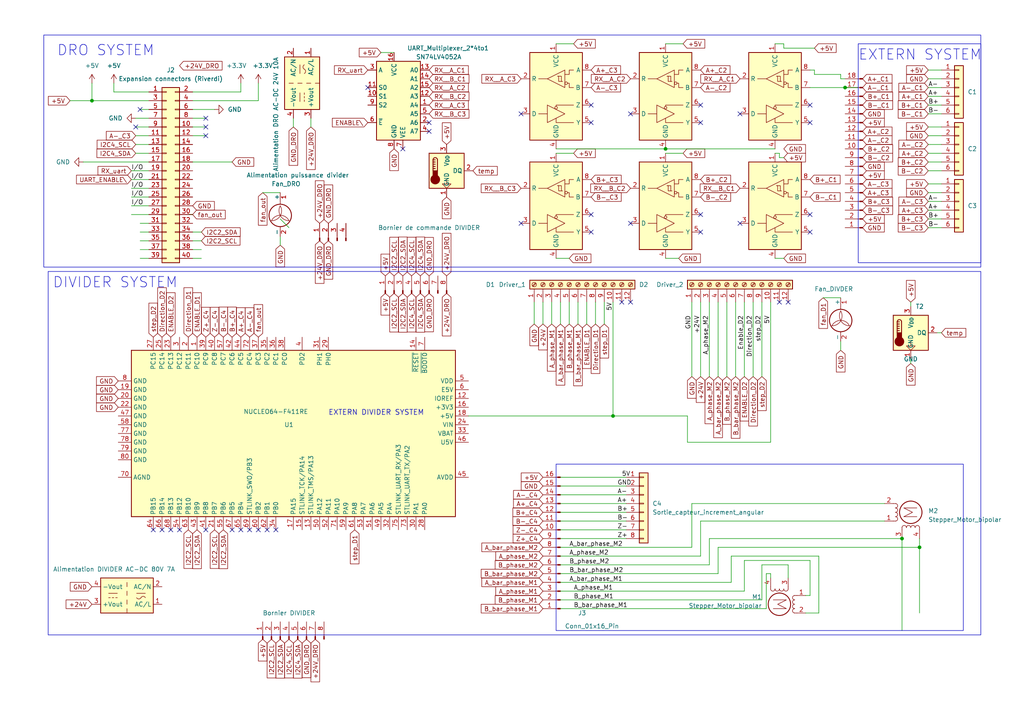
<source format=kicad_sch>
(kicad_sch (version 20230121) (generator eeschema)
  (paper "A4")
  (lib_symbols
    (symbol "74xx:74HC4051"
      (property "Reference" "U" (at -5.08 11.43 0))
      (property "Value" "74HC4051" (at -7.62 -13.97 0))
      (symbol "74HC4051_1_1"
        (pin passive line (at 10.16 -2.54 180) (length 2.54) (name "A4") (number "1"))
        (pin input line (at -7.62 0 0) (length 2.54) (name "S1") (number "10"))
        (pin input line (at -7.62 2.54 0) (length 2.54) (name "S0") (number "11"))
        (pin passive line (at 10.16 0 180) (length 2.54) (name "A3") (number "12"))
        (pin passive line (at 10.16 7.62 180) (length 2.54) (name "A0") (number "13"))
        (pin passive line (at 10.16 5.08 180) (length 2.54) (name "A1") (number "14"))
        (pin passive line (at 10.16 2.54 180) (length 2.54) (name "A2") (number "15"))
        (pin power_in line (at 0 12.7 270) (length 2.54) (name "VCC") (number "16"))
        (pin passive line (at 10.16 -7.62 180) (length 2.54) (name "A6") (number "2"))
        (pin passive line (at -7.62 7.62 0) (length 2.54) (name "A") (number "3"))
        (pin passive line (at 10.16 -10.16 180) (length 2.54) (name "A7") (number "4"))
        (pin passive line (at 10.16 -5.08 180) (length 2.54) (name "A5") (number "5"))
        (pin input line (at -7.62 -7.62 0) (length 2.54) (name "~{E}") (number "6"))
        (pin power_in line (at 2.54 -15.24 90) (length 2.54) (name "VEE") (number "7"))
        (pin power_in line (at 0 -15.24 90) (length 2.54) (name "GND") (number "8"))
        (pin input line (at -7.62 -2.54 0) (length 2.54) (name "S2") (number "9"))
      )
    )
    (symbol "Connector:Conn_01x04_Pin" (pin_names (offset 1.016) hide)
      (property "Reference" "J" (at 0 5.08 0))
      (property "Value" "Conn_01x04_Pin" (at 0 -7.62 0))
      (symbol "Conn_01x04_Pin_1_1"
        (pin passive line (at 5.08 2.54 180) (length 3.81) (name "Pin_1") (number "1"))
        (pin passive line (at 5.08 0 180) (length 3.81) (name "Pin_2") (number "2"))
        (pin passive line (at 5.08 -2.54 180) (length 3.81) (name "Pin_3") (number "3"))
        (pin passive line (at 5.08 -5.08 180) (length 3.81) (name "Pin_4") (number "4"))
      )
    )
    (symbol "Connector:Conn_01x08_Pin" (pin_names (offset 1.016) hide)
      (property "Reference" "J" (at 0 10.16 0))
      (property "Value" "Conn_01x08_Pin" (at 0 -12.7 0))
      (symbol "Conn_01x08_Pin_1_1"
        (pin passive line (at 5.08 7.62 180) (length 3.81) (name "Pin_1") (number "1"))
        (pin passive line (at 5.08 5.08 180) (length 3.81) (name "Pin_2") (number "2"))
        (pin passive line (at 5.08 2.54 180) (length 3.81) (name "Pin_3") (number "3"))
        (pin passive line (at 5.08 0 180) (length 3.81) (name "Pin_4") (number "4"))
        (pin passive line (at 5.08 -2.54 180) (length 3.81) (name "Pin_5") (number "5"))
        (pin passive line (at 5.08 -5.08 180) (length 3.81) (name "Pin_6") (number "6"))
        (pin passive line (at 5.08 -7.62 180) (length 3.81) (name "Pin_7") (number "7"))
        (pin passive line (at 5.08 -10.16 180) (length 3.81) (name "Pin_8") (number "8"))
      )
    )
    (symbol "Connector:Conn_01x16_Pin" (pin_names (offset 1.016) hide)
      (property "Reference" "J" (at 0 20.32 0))
      (property "Value" "Conn_01x16_Pin" (at 0 -22.86 0))
      (symbol "Conn_01x16_Pin_1_1"
        (pin passive line (at 5.08 17.78 180) (length 3.81) (name "Pin_1") (number "1"))
        (pin passive line (at 5.08 -5.08 180) (length 3.81) (name "Pin_10") (number "10"))
        (pin passive line (at 5.08 -7.62 180) (length 3.81) (name "Pin_11") (number "11"))
        (pin passive line (at 5.08 -10.16 180) (length 3.81) (name "Pin_12") (number "12"))
        (pin passive line (at 5.08 -12.7 180) (length 3.81) (name "Pin_13") (number "13"))
        (pin passive line (at 5.08 -15.24 180) (length 3.81) (name "Pin_14") (number "14"))
        (pin passive line (at 5.08 -17.78 180) (length 3.81) (name "Pin_15") (number "15"))
        (pin passive line (at 5.08 -20.32 180) (length 3.81) (name "Pin_16") (number "16"))
        (pin passive line (at 5.08 15.24 180) (length 3.81) (name "Pin_2") (number "2"))
        (pin passive line (at 5.08 12.7 180) (length 3.81) (name "Pin_3") (number "3"))
        (pin passive line (at 5.08 10.16 180) (length 3.81) (name "Pin_4") (number "4"))
        (pin passive line (at 5.08 7.62 180) (length 3.81) (name "Pin_5") (number "5"))
        (pin passive line (at 5.08 5.08 180) (length 3.81) (name "Pin_6") (number "6"))
        (pin passive line (at 5.08 2.54 180) (length 3.81) (name "Pin_7") (number "7"))
        (pin passive line (at 5.08 0 180) (length 3.81) (name "Pin_8") (number "8"))
        (pin passive line (at 5.08 -2.54 180) (length 3.81) (name "Pin_9") (number "9"))
      )
    )
    (symbol "Connector:Conn_01x18_Pin" (pin_names (offset 1.016) hide)
      (property "Reference" "J" (at 0 22.86 0))
      (property "Value" "Conn_01x18_Pin" (at 0 -25.4 0))
      (symbol "Conn_01x18_Pin_1_1"
        (pin passive line (at 5.08 20.32 180) (length 3.81) (name "Pin_1") (number "1"))
        (pin passive line (at 5.08 -2.54 180) (length 3.81) (name "Pin_10") (number "10"))
        (pin passive line (at 5.08 -5.08 180) (length 3.81) (name "Pin_11") (number "11"))
        (pin passive line (at 5.08 -7.62 180) (length 3.81) (name "Pin_12") (number "12"))
        (pin passive line (at 5.08 -10.16 180) (length 3.81) (name "Pin_13") (number "13"))
        (pin passive line (at 5.08 -12.7 180) (length 3.81) (name "Pin_14") (number "14"))
        (pin passive line (at 5.08 -15.24 180) (length 3.81) (name "Pin_15") (number "15"))
        (pin passive line (at 5.08 -17.78 180) (length 3.81) (name "Pin_16") (number "16"))
        (pin passive line (at 5.08 -20.32 180) (length 3.81) (name "Pin_17") (number "17"))
        (pin passive line (at 5.08 -22.86 180) (length 3.81) (name "Pin_18") (number "18"))
        (pin passive line (at 5.08 17.78 180) (length 3.81) (name "Pin_2") (number "2"))
        (pin passive line (at 5.08 15.24 180) (length 3.81) (name "Pin_3") (number "3"))
        (pin passive line (at 5.08 12.7 180) (length 3.81) (name "Pin_4") (number "4"))
        (pin passive line (at 5.08 10.16 180) (length 3.81) (name "Pin_5") (number "5"))
        (pin passive line (at 5.08 7.62 180) (length 3.81) (name "Pin_6") (number "6"))
        (pin passive line (at 5.08 5.08 180) (length 3.81) (name "Pin_7") (number "7"))
        (pin passive line (at 5.08 2.54 180) (length 3.81) (name "Pin_8") (number "8"))
        (pin passive line (at 5.08 0 180) (length 3.81) (name "Pin_9") (number "9"))
      )
    )
    (symbol "Connector:Screw_Terminal_01x12" (pin_names (offset 1.016) hide)
      (property "Reference" "J" (at 0 15.24 0))
      (property "Value" "Screw_Terminal_01x12" (at 0 -17.78 0))
      (symbol "Screw_Terminal_01x12_1_1"
        (pin passive line (at -5.08 12.7 0) (length 3.81) (name "Pin_1") (number "1"))
        (pin passive line (at -5.08 -10.16 0) (length 3.81) (name "Pin_10") (number "10"))
        (pin passive line (at -5.08 -12.7 0) (length 3.81) (name "Pin_11") (number "11"))
        (pin passive line (at -5.08 -15.24 0) (length 3.81) (name "Pin_12") (number "12"))
        (pin passive line (at -5.08 10.16 0) (length 3.81) (name "Pin_2") (number "2"))
        (pin passive line (at -5.08 7.62 0) (length 3.81) (name "Pin_3") (number "3"))
        (pin passive line (at -5.08 5.08 0) (length 3.81) (name "Pin_4") (number "4"))
        (pin passive line (at -5.08 2.54 0) (length 3.81) (name "Pin_5") (number "5"))
        (pin passive line (at -5.08 0 0) (length 3.81) (name "Pin_6") (number "6"))
        (pin passive line (at -5.08 -2.54 0) (length 3.81) (name "Pin_7") (number "7"))
        (pin passive line (at -5.08 -5.08 0) (length 3.81) (name "Pin_8") (number "8"))
        (pin passive line (at -5.08 -7.62 0) (length 3.81) (name "Pin_9") (number "9"))
      )
    )
    (symbol "Connector_Generic:Conn_01x06" (pin_names (offset 1.016) hide)
      (property "Reference" "J" (at 0 7.62 0))
      (property "Value" "Conn_01x06" (at 0 -10.16 0))
      (symbol "Conn_01x06_1_1"
        (pin passive line (at -5.08 5.08 0) (length 3.81) (name "Pin_1") (number "1"))
        (pin passive line (at -5.08 2.54 0) (length 3.81) (name "Pin_2") (number "2"))
        (pin passive line (at -5.08 0 0) (length 3.81) (name "Pin_3") (number "3"))
        (pin passive line (at -5.08 -2.54 0) (length 3.81) (name "Pin_4") (number "4"))
        (pin passive line (at -5.08 -5.08 0) (length 3.81) (name "Pin_5") (number "5"))
        (pin passive line (at -5.08 -7.62 0) (length 3.81) (name "Pin_6") (number "6"))
      )
    )
    (symbol "Connector_Generic:Conn_01x08" (pin_names (offset 1.016) hide)
      (property "Reference" "J" (at 0 10.16 0))
      (property "Value" "Conn_01x08" (at 0 -12.7 0))
      (symbol "Conn_01x08_1_1"
        (pin passive line (at -5.08 7.62 0) (length 3.81) (name "Pin_1") (number "1"))
        (pin passive line (at -5.08 5.08 0) (length 3.81) (name "Pin_2") (number "2"))
        (pin passive line (at -5.08 2.54 0) (length 3.81) (name "Pin_3") (number "3"))
        (pin passive line (at -5.08 0 0) (length 3.81) (name "Pin_4") (number "4"))
        (pin passive line (at -5.08 -2.54 0) (length 3.81) (name "Pin_5") (number "5"))
        (pin passive line (at -5.08 -5.08 0) (length 3.81) (name "Pin_6") (number "6"))
        (pin passive line (at -5.08 -7.62 0) (length 3.81) (name "Pin_7") (number "7"))
        (pin passive line (at -5.08 -10.16 0) (length 3.81) (name "Pin_8") (number "8"))
      )
    )
    (symbol "Connector_Generic:Conn_02x20_Odd_Even" (pin_names (offset 1.016) hide)
      (property "Reference" "J" (at 1.27 25.4 0))
      (property "Value" "Conn_02x20_Odd_Even" (at 1.27 -27.94 0))
      (symbol "Conn_02x20_Odd_Even_1_1"
        (pin passive line (at -5.08 22.86 0) (length 3.81) (name "Pin_1") (number "1"))
        (pin passive line (at 7.62 12.7 180) (length 3.81) (name "Pin_10") (number "10"))
        (pin passive line (at -5.08 10.16 0) (length 3.81) (name "Pin_11") (number "11"))
        (pin passive line (at 7.62 10.16 180) (length 3.81) (name "Pin_12") (number "12"))
        (pin passive line (at -5.08 7.62 0) (length 3.81) (name "Pin_13") (number "13"))
        (pin passive line (at 7.62 7.62 180) (length 3.81) (name "Pin_14") (number "14"))
        (pin passive line (at -5.08 5.08 0) (length 3.81) (name "Pin_15") (number "15"))
        (pin passive line (at 7.62 5.08 180) (length 3.81) (name "Pin_16") (number "16"))
        (pin passive line (at -5.08 2.54 0) (length 3.81) (name "Pin_17") (number "17"))
        (pin passive line (at 7.62 2.54 180) (length 3.81) (name "Pin_18") (number "18"))
        (pin passive line (at -5.08 0 0) (length 3.81) (name "Pin_19") (number "19"))
        (pin passive line (at 7.62 22.86 180) (length 3.81) (name "Pin_2") (number "2"))
        (pin passive line (at 7.62 0 180) (length 3.81) (name "Pin_20") (number "20"))
        (pin passive line (at -5.08 -2.54 0) (length 3.81) (name "Pin_21") (number "21"))
        (pin passive line (at 7.62 -2.54 180) (length 3.81) (name "Pin_22") (number "22"))
        (pin passive line (at -5.08 -5.08 0) (length 3.81) (name "Pin_23") (number "23"))
        (pin passive line (at 7.62 -5.08 180) (length 3.81) (name "Pin_24") (number "24"))
        (pin passive line (at -5.08 -7.62 0) (length 3.81) (name "Pin_25") (number "25"))
        (pin passive line (at 7.62 -7.62 180) (length 3.81) (name "Pin_26") (number "26"))
        (pin passive line (at -5.08 -10.16 0) (length 3.81) (name "Pin_27") (number "27"))
        (pin passive line (at 7.62 -10.16 180) (length 3.81) (name "Pin_28") (number "28"))
        (pin passive line (at -5.08 -12.7 0) (length 3.81) (name "Pin_29") (number "29"))
        (pin passive line (at -5.08 20.32 0) (length 3.81) (name "Pin_3") (number "3"))
        (pin passive line (at 7.62 -12.7 180) (length 3.81) (name "Pin_30") (number "30"))
        (pin passive line (at -5.08 -15.24 0) (length 3.81) (name "Pin_31") (number "31"))
        (pin passive line (at 7.62 -15.24 180) (length 3.81) (name "Pin_32") (number "32"))
        (pin passive line (at -5.08 -17.78 0) (length 3.81) (name "Pin_33") (number "33"))
        (pin passive line (at 7.62 -17.78 180) (length 3.81) (name "Pin_34") (number "34"))
        (pin passive line (at -5.08 -20.32 0) (length 3.81) (name "Pin_35") (number "35"))
        (pin passive line (at 7.62 -20.32 180) (length 3.81) (name "Pin_36") (number "36"))
        (pin passive line (at -5.08 -22.86 0) (length 3.81) (name "Pin_37") (number "37"))
        (pin passive line (at 7.62 -22.86 180) (length 3.81) (name "Pin_38") (number "38"))
        (pin passive line (at -5.08 -25.4 0) (length 3.81) (name "Pin_39") (number "39"))
        (pin passive line (at 7.62 20.32 180) (length 3.81) (name "Pin_4") (number "4"))
        (pin passive line (at 7.62 -25.4 180) (length 3.81) (name "Pin_40") (number "40"))
        (pin passive line (at -5.08 17.78 0) (length 3.81) (name "Pin_5") (number "5"))
        (pin passive line (at 7.62 17.78 180) (length 3.81) (name "Pin_6") (number "6"))
        (pin passive line (at -5.08 15.24 0) (length 3.81) (name "Pin_7") (number "7"))
        (pin passive line (at 7.62 15.24 180) (length 3.81) (name "Pin_8") (number "8"))
        (pin passive line (at -5.08 12.7 0) (length 3.81) (name "Pin_9") (number "9"))
      )
    )
    (symbol "Converter_ACDC:IRM-60-24"
      (property "Reference" "PS" (at 0 7.62 0))
      (property "Value" "IRM-60-24" (at 0 -7.62 0))
      (symbol "IRM-60-24_1_1"
        (pin power_in line (at -10.16 2.54 0) (length 2.54) (name "AC/L") (number "1"))
        (pin power_in line (at -10.16 -2.54 0) (length 2.54) (name "AC/N") (number "2"))
        (pin power_out line (at 10.16 2.54 180) (length 2.54) (name "+Vout") (number "3"))
        (pin power_out line (at 10.16 -2.54 180) (length 2.54) (name "-Vout") (number "4"))
      )
    )
    (symbol "Interface_UART:THVD1451D"
      (property "Reference" "U" (at -7.62 13.97 0))
      (property "Value" "THVD1451D" (at 1.27 13.97 0))
      (symbol "THVD1451D_1_1"
        (pin power_in line (at 0 15.24 270) (length 2.54) (name "VCC") (number "1"))
        (pin output line (at -10.16 5.08 0) (length 2.54) (name "R") (number "2"))
        (pin input line (at -10.16 -5.08 0) (length 2.54) (name "D") (number "3"))
        (pin power_in line (at 0 -15.24 90) (length 2.54) (name "GND") (number "4"))
        (pin output line (at 10.16 -7.62 180) (length 2.54) (name "Y") (number "5"))
        (pin output line (at 10.16 -2.54 180) (length 2.54) (name "Z") (number "6"))
        (pin input line (at 10.16 2.54 180) (length 2.54) (name "B") (number "7"))
        (pin input line (at 10.16 7.62 180) (length 2.54) (name "A") (number "8"))
      )
    )
    (symbol "MCU_Module:NUCLEO64-F411RE"
      (property "Reference" "U" (at -17.78 50.165 0))
      (property "Value" "NUCLEO64-F411RE" (at -17.78 48.26 0))
      (symbol "NUCLEO64-F411RE_1_1"
        (pin bidirectional line (at -27.94 -27.94 0) (length 3.81) (name "PC10") (number "1"))
        (pin no_connect line (at -24.13 20.32 0) (length 3.81) hide (name "NC") (number "10"))
        (pin no_connect line (at -24.13 15.24 0) (length 3.81) hide (name "NC") (number "11"))
        (pin power_in line (at -10.16 50.8 270) (length 3.81) (name "IOREF") (number "12"))
        (pin bidirectional line (at 27.94 5.08 180) (length 3.81) (name "STLINK_TMS/PA13") (number "13"))
        (pin input line (at -27.94 35.56 0) (length 3.81) (name "~{RESET}") (number "14"))
        (pin bidirectional line (at 27.94 2.54 180) (length 3.81) (name "STLINK_TCK/PA14") (number "15"))
        (pin power_in line (at -7.62 50.8 270) (length 3.81) (name "+3V3") (number "16"))
        (pin bidirectional line (at 27.94 0 180) (length 3.81) (name "PA15") (number "17"))
        (pin power_in line (at -5.08 50.8 270) (length 3.81) (name "+5V") (number "18"))
        (pin power_in line (at -12.7 -50.8 90) (length 3.81) (name "GND") (number "19"))
        (pin bidirectional line (at -27.94 -30.48 0) (length 3.81) (name "PC11") (number "2"))
        (pin power_in line (at -10.16 -50.8 90) (length 3.81) (name "GND") (number "20"))
        (pin bidirectional line (at 27.94 -22.86 180) (length 3.81) (name "PB7") (number "21"))
        (pin power_in line (at -7.62 -50.8 90) (length 3.81) (name "GND") (number "22"))
        (pin bidirectional line (at -27.94 -35.56 0) (length 3.81) (name "PC13") (number "23"))
        (pin power_in line (at -2.54 50.8 270) (length 3.81) (name "VIN") (number "24"))
        (pin bidirectional line (at -27.94 -38.1 0) (length 3.81) (name "PC14") (number "25"))
        (pin no_connect line (at -24.13 22.86 0) (length 3.81) hide (name "NC") (number "26"))
        (pin bidirectional line (at -27.94 -40.64 0) (length 3.81) (name "PC15") (number "27"))
        (pin bidirectional line (at 27.94 38.1 180) (length 3.81) (name "PA0") (number "28"))
        (pin bidirectional line (at -27.94 10.16 0) (length 3.81) (name "PH0") (number "29"))
        (pin bidirectional line (at -27.94 -33.02 0) (length 3.81) (name "PC12") (number "3"))
        (pin bidirectional line (at 27.94 35.56 180) (length 3.81) (name "PA1") (number "30"))
        (pin bidirectional line (at -27.94 7.62 0) (length 3.81) (name "PH1") (number "31"))
        (pin bidirectional line (at 27.94 27.94 180) (length 3.81) (name "PA4") (number "32"))
        (pin power_in line (at 0 50.8 270) (length 3.81) (name "VBAT") (number "33"))
        (pin bidirectional line (at 27.94 -5.08 180) (length 3.81) (name "PB0") (number "34"))
        (pin bidirectional line (at -27.94 -7.62 0) (length 3.81) (name "PC2") (number "35"))
        (pin bidirectional line (at -27.94 -5.08 0) (length 3.81) (name "PC1") (number "36"))
        (pin bidirectional line (at -27.94 -10.16 0) (length 3.81) (name "PC3") (number "37"))
        (pin bidirectional line (at -27.94 -2.54 0) (length 3.81) (name "PC0") (number "38"))
        (pin bidirectional line (at -27.94 -25.4 0) (length 3.81) (name "PC9") (number "39"))
        (pin bidirectional line (at -27.94 2.54 0) (length 3.81) (name "PD2") (number "4"))
        (pin bidirectional line (at -27.94 -22.86 0) (length 3.81) (name "PC8") (number "40"))
        (pin bidirectional line (at 27.94 -25.4 180) (length 3.81) (name "PB8") (number "41"))
        (pin bidirectional line (at -27.94 -17.78 0) (length 3.81) (name "PC6") (number "42"))
        (pin bidirectional line (at 27.94 -27.94 180) (length 3.81) (name "PB9") (number "43"))
        (pin bidirectional line (at -27.94 -15.24 0) (length 3.81) (name "PC5") (number "44"))
        (pin power_in line (at 12.7 50.8 270) (length 3.81) (name "AVDD") (number "45"))
        (pin power_in line (at 2.54 50.8 270) (length 3.81) (name "U5V") (number "46"))
        (pin power_in line (at -5.08 -50.8 90) (length 3.81) (name "GND") (number "47"))
        (pin no_connect line (at -24.13 25.4 0) (length 3.81) hide (name "NC") (number "48"))
        (pin bidirectional line (at 27.94 25.4 180) (length 3.81) (name "PA5") (number "49"))
        (pin power_in line (at -15.24 50.8 270) (length 3.81) (name "VDD") (number "5"))
        (pin bidirectional line (at 27.94 7.62 180) (length 3.81) (name "PA12") (number "50"))
        (pin bidirectional line (at 27.94 22.86 180) (length 3.81) (name "PA6") (number "51"))
        (pin bidirectional line (at 27.94 10.16 180) (length 3.81) (name "PA11") (number "52"))
        (pin bidirectional line (at 27.94 20.32 180) (length 3.81) (name "PA7") (number "53"))
        (pin bidirectional line (at 27.94 -33.02 180) (length 3.81) (name "PB12") (number "54"))
        (pin bidirectional line (at 27.94 -20.32 180) (length 3.81) (name "PB6") (number "55"))
        (pin no_connect line (at -24.13 33.02 0) (length 3.81) hide (name "NC") (number "56"))
        (pin bidirectional line (at -27.94 -20.32 0) (length 3.81) (name "PC7") (number "57"))
        (pin power_in line (at -2.54 -50.8 90) (length 3.81) (name "GND") (number "58"))
        (pin bidirectional line (at 27.94 15.24 180) (length 3.81) (name "PA9") (number "59"))
        (pin power_in line (at -12.7 50.8 270) (length 3.81) (name "E5V") (number "6"))
        (pin bidirectional line (at 27.94 -10.16 180) (length 3.81) (name "PB2") (number "60"))
        (pin bidirectional line (at 27.94 17.78 180) (length 3.81) (name "PA8") (number "61"))
        (pin bidirectional line (at 27.94 -7.62 180) (length 3.81) (name "PB1") (number "62"))
        (pin bidirectional line (at 27.94 -30.48 180) (length 3.81) (name "PB10") (number "63"))
        (pin bidirectional line (at 27.94 -40.64 180) (length 3.81) (name "PB15") (number "64"))
        (pin bidirectional line (at 27.94 -15.24 180) (length 3.81) (name "PB4") (number "65"))
        (pin bidirectional line (at 27.94 -38.1 180) (length 3.81) (name "PB14") (number "66"))
        (pin bidirectional line (at 27.94 -17.78 180) (length 3.81) (name "PB5") (number "67"))
        (pin bidirectional line (at 27.94 -35.56 180) (length 3.81) (name "PB13") (number "68"))
        (pin bidirectional line (at 27.94 -12.7 180) (length 3.81) (name "STLINK_SWO/PB3") (number "69"))
        (pin input line (at -27.94 38.1 0) (length 3.81) (name "~{BOOT0}") (number "7"))
        (pin power_in line (at 12.7 -50.8 90) (length 3.81) (name "AGND") (number "70"))
        (pin bidirectional line (at 27.94 12.7 180) (length 3.81) (name "PA10") (number "71"))
        (pin bidirectional line (at -27.94 -12.7 0) (length 3.81) (name "PC4") (number "72"))
        (pin bidirectional line (at 27.94 33.02 180) (length 3.81) (name "STLINK_UART_TX/PA2") (number "73"))
        (pin no_connect line (at -24.13 30.48 0) (length 3.81) hide (name "NC") (number "74"))
        (pin bidirectional line (at 27.94 30.48 180) (length 3.81) (name "STLINK_UART_RX/PA3") (number "75"))
        (pin no_connect line (at -24.13 27.94 0) (length 3.81) hide (name "NC") (number "76"))
        (pin power_in line (at 0 -50.8 90) (length 3.81) (name "GND") (number "77"))
        (pin power_in line (at 2.54 -50.8 90) (length 3.81) (name "GND") (number "78"))
        (pin power_in line (at 5.08 -50.8 90) (length 3.81) (name "GND") (number "79"))
        (pin power_in line (at -15.24 -50.8 90) (length 3.81) (name "GND") (number "8"))
        (pin power_in line (at 7.62 -50.8 90) (length 3.81) (name "GND") (number "80"))
        (pin no_connect line (at -24.13 17.78 0) (length 3.81) hide (name "NC") (number "9"))
      )
    )
    (symbol "Motor:Fan" (pin_names (offset 0))
      (property "Reference" "M" (at 2.54 5.08 0))
      (property "Value" "Fan" (at 2.54 -2.54 0))
      (symbol "Fan_1_1"
        (pin passive line (at 0 7.62 270) (length 2.54) (name "+") (number "1"))
        (pin passive line (at 0 -5.08 90) (length 2.54) (name "-") (number "2"))
      )
    )
    (symbol "Motor:Stepper_Motor_bipolar" (pin_names (offset 0) hide)
      (property "Reference" "M" (at 3.81 2.54 0))
      (property "Value" "Stepper_Motor_bipolar" (at 3.81 1.27 0))
      (symbol "Stepper_Motor_bipolar_1_1"
        (pin passive line (at -2.54 7.62 270) (length 2.54) (name "~") (number "1"))
        (pin passive line (at 2.54 7.62 270) (length 2.54) (name "-") (number "2"))
        (pin passive line (at -7.62 2.54 0) (length 2.54) (name "~") (number "3"))
        (pin passive line (at -7.62 -2.54 0) (length 2.54) (name "~") (number "4"))
      )
    )
    (symbol "Sensor_Temperature:DS18B20"
      (property "Reference" "U" (at -3.81 6.35 0))
      (property "Value" "DS18B20" (at 6.35 6.35 0))
      (symbol "DS18B20_1_1"
        (pin power_in line (at 0 -7.62 90) (length 2.54) (name "GND") (number "1"))
        (pin bidirectional line (at 7.62 0 180) (length 2.54) (name "DQ") (number "2"))
        (pin power_in line (at 0 7.62 270) (length 2.54) (name "V_{DD}") (number "3"))
      )
    )
    (symbol "power:+3.3V" (power) (pin_names (offset 0))
      (property "Value" "+3.3V" (at 0 3.556 0))
      (symbol "+3.3V_1_1"
        (pin power_in line (at 0 0 90) (length 0) hide (name "+3.3V") (number "1"))
      )
    )
    (symbol "power:+5V" (power) (pin_names (offset 0))
      (property "Value" "+5V" (at 0 3.556 0))
      (symbol "+5V_1_1"
        (pin power_in line (at 0 0 90) (length 0) hide (name "+5V") (number "1"))
      )
    )
    (symbol "power:GND" (power) (pin_names (offset 0))
      (property "Value" "GND" (at 0 -3.81 0))
      (symbol "GND_1_1"
        (pin power_in line (at 0 0 270) (length 0) hide (name "GND") (number "1"))
      )
    )
  )
  (junction (at 26.67 29.21))
  (junction (at 193.04 43.18))
  (junction (at 177.8 120.65))
  (junction (at 245.11 25.4))
  (junction (at 261.62 156.21))
  (junction (at 266.7 158.75))
  (no_connect (at 49.53 153.67))
  (no_connect (at 39.37 36.83))
  (no_connect (at 59.69 153.67))
  (no_connect (at 182.88 33.02))
  (no_connect (at 59.69 34.29))
  (no_connect (at 171.45 62.23))
  (no_connect (at 234.95 35.56))
  (no_connect (at 203.2 62.23))
  (no_connect (at 59.69 36.83))
  (no_connect (at 151.13 33.02))
  (no_connect (at 77.47 153.67))
  (no_connect (at 182.88 64.77))
  (no_connect (at 171.45 35.56))
  (no_connect (at 203.2 67.31))
  (no_connect (at 46.99 153.67))
  (no_connect (at 80.01 153.67))
  (no_connect (at 234.95 62.23))
  (no_connect (at 59.69 39.37))
  (no_connect (at 182.88 87.63))
  (no_connect (at 203.2 35.56))
  (no_connect (at 124.46 38.1))
  (no_connect (at 171.45 67.31))
  (no_connect (at 171.45 30.48))
  (no_connect (at 116.84 43.18))
  (no_connect (at 180.34 87.63))
  (no_connect (at 151.13 64.77))
  (no_connect (at 52.07 153.67))
  (no_connect (at 228.6 87.63))
  (no_connect (at 234.95 30.48))
  (no_connect (at 203.2 30.48))
  (no_connect (at 124.46 35.56))
  (no_connect (at 106.68 25.4))
  (no_connect (at 74.93 153.67))
  (no_connect (at 72.39 153.67))
  (no_connect (at 69.85 153.67))
  (no_connect (at 214.63 64.77))
  (no_connect (at 214.63 33.02))
  (no_connect (at 40.64 31.75))
  (no_connect (at 44.45 153.67))
  (no_connect (at 226.06 87.63))
  (no_connect (at 234.95 67.31))
  (no_connect (at 67.31 153.67))
  (bus_entry (at 81.28 63.5) (size 2.54 2.54))
  (wire (pts (xy 208.28 87.63) (xy 208.28 109.22)))
  (wire (pts (xy 162.56 151.13) (xy 181.61 151.13)))
  (wire (pts (xy 228.6 167.64) (xy 228.6 163.83)))
  (wire (pts (xy 236.22 13.97) (xy 227.33 13.97)))
  (wire (pts (xy 200.66 146.05) (xy 256.54 146.05)))
  (wire (pts (xy 67.31 46.99) (xy 55.88 46.99)))
  (wire (pts (xy 161.29 74.93) (xy 165.1 74.93)))
  (wire (pts (xy 39.37 41.91) (xy 43.18 41.91)))
  (wire (pts (xy 269.24 36.83) (xy 273.05 36.83)))
  (wire (pts (xy 269.24 63.5) (xy 273.05 63.5)))
  (wire (pts (xy 264.16 87.63) (xy 264.16 88.9)))
  (wire (pts (xy 55.88 29.21) (xy 74.93 29.21)))
  (wire (pts (xy 40.64 31.75) (xy 43.18 31.75)))
  (wire (pts (xy 110.49 15.24) (xy 114.3 15.24)))
  (wire (pts (xy 215.9 162.56) (xy 234.95 162.56)))
  (wire (pts (xy 269.24 30.48) (xy 273.05 30.48)))
  (wire (pts (xy 269.24 22.86) (xy 273.05 22.86)))
  (wire (pts (xy 162.56 161.29) (xy 203.2 161.29)))
  (wire (pts (xy 162.56 87.63) (xy 162.56 93.98)))
  (wire (pts (xy 162.56 158.75) (xy 200.66 158.75)))
  (wire (pts (xy 269.24 66.04) (xy 273.05 66.04)))
  (wire (pts (xy 269.24 58.42) (xy 273.05 58.42)))
  (wire (pts (xy 212.09 161.29) (xy 212.09 168.91)))
  (wire (pts (xy 271.78 96.52) (xy 273.05 96.52)))
  (wire (pts (xy 55.88 31.75) (xy 62.23 31.75)))
  (wire (pts (xy 161.29 44.45) (xy 166.37 44.45)))
  (wire (pts (xy 233.68 177.8) (xy 237.49 177.8)))
  (wire (pts (xy 20.32 29.21) (xy 26.67 29.21)))
  (wire (pts (xy 38.1 52.07) (xy 43.18 52.07)))
  (wire (pts (xy 55.88 34.29) (xy 59.69 34.29)))
  (wire (pts (xy 236.22 20.32) (xy 236.22 21.59)))
  (wire (pts (xy 210.82 87.63) (xy 210.82 109.22)))
  (wire (pts (xy 81.28 68.58) (xy 81.28 71.12)))
  (wire (pts (xy 223.52 167.64) (xy 223.52 166.37)))
  (wire (pts (xy 269.24 53.34) (xy 273.05 53.34)))
  (wire (pts (xy 177.8 87.63) (xy 177.8 120.65)))
  (wire (pts (xy 90.17 36.83) (xy 90.17 34.29)))
  (wire (pts (xy 208.28 166.37) (xy 208.28 158.75)))
  (wire (pts (xy 226.06 45.72) (xy 227.33 45.72)))
  (wire (pts (xy 170.18 87.63) (xy 170.18 93.98)))
  (wire (pts (xy 43.18 29.21) (xy 26.67 29.21)))
  (wire (pts (xy 26.67 29.21) (xy 26.67 24.13)))
  (wire (pts (xy 215.9 87.63) (xy 215.9 109.22)))
  (wire (pts (xy 269.24 55.88) (xy 273.05 55.88)))
  (wire (pts (xy 39.37 39.37) (xy 43.18 39.37)))
  (wire (pts (xy 237.49 161.29) (xy 212.09 161.29)))
  (wire (pts (xy 266.7 158.75) (xy 266.7 156.21)))
  (wire (pts (xy 205.74 163.83) (xy 205.74 156.21)))
  (wire (pts (xy 200.66 87.63) (xy 200.66 109.22)))
  (wire (pts (xy 199.39 120.65) (xy 199.39 128.27)))
  (wire (pts (xy 269.24 39.37) (xy 273.05 39.37)))
  (wire (pts (xy 175.26 87.63) (xy 175.26 93.98)))
  (wire (pts (xy 234.95 25.4) (xy 245.11 25.4)))
  (wire (pts (xy 40.64 67.31) (xy 43.18 67.31)))
  (wire (pts (xy 40.64 72.39) (xy 43.18 72.39)))
  (wire (pts (xy 226.06 44.45) (xy 226.06 45.72)))
  (wire (pts (xy 39.37 34.29) (xy 43.18 34.29)))
  (wire (pts (xy 43.18 64.77) (xy 40.64 64.77)))
  (wire (pts (xy 167.64 87.63) (xy 167.64 93.98)))
  (wire (pts (xy 269.24 33.02) (xy 273.05 33.02)))
  (wire (pts (xy 200.66 158.75) (xy 200.66 146.05)))
  (wire (pts (xy 157.48 87.63) (xy 157.48 93.98)))
  (wire (pts (xy 85.09 36.83) (xy 85.09 34.29)))
  (wire (pts (xy 162.56 153.67) (xy 181.61 153.67)))
  (wire (pts (xy 40.64 69.85) (xy 43.18 69.85)))
  (wire (pts (xy 237.49 177.8) (xy 237.49 161.29)))
  (wire (pts (xy 24.13 46.99) (xy 43.18 46.99)))
  (wire (pts (xy 203.2 87.63) (xy 203.2 109.22)))
  (wire (pts (xy 162.56 156.21) (xy 181.61 156.21)))
  (wire (pts (xy 40.64 74.93) (xy 43.18 74.93)))
  (wire (pts (xy 55.88 74.93) (xy 58.42 74.93)))
  (wire (pts (xy 160.02 87.63) (xy 160.02 93.98)))
  (wire (pts (xy 33.02 26.67) (xy 33.02 24.13)))
  (wire (pts (xy 162.56 171.45) (xy 215.9 171.45)))
  (wire (pts (xy 203.2 161.29) (xy 203.2 151.13)))
  (wire (pts (xy 76.2 55.88) (xy 81.28 55.88)))
  (wire (pts (xy 223.52 87.63) (xy 223.52 128.27)))
  (wire (pts (xy 193.04 12.7) (xy 198.12 12.7)))
  (wire (pts (xy 162.56 148.59) (xy 181.61 148.59)))
  (wire (pts (xy 39.37 36.83) (xy 43.18 36.83)))
  (wire (pts (xy 227.33 13.97) (xy 227.33 12.7)))
  (wire (pts (xy 162.56 176.53) (xy 222.25 176.53)))
  (wire (pts (xy 154.94 87.63) (xy 154.94 93.98)))
  (wire (pts (xy 172.72 87.63) (xy 172.72 93.98)))
  (wire (pts (xy 269.24 41.91) (xy 273.05 41.91)))
  (wire (pts (xy 243.84 21.59) (xy 243.84 22.86)))
  (wire (pts (xy 222.25 176.53) (xy 222.25 166.37)))
  (wire (pts (xy 54.61 62.23) (xy 55.88 62.23)))
  (wire (pts (xy 220.98 173.99) (xy 220.98 163.83)))
  (wire (pts (xy 39.37 44.45) (xy 43.18 44.45)))
  (wire (pts (xy 55.88 72.39) (xy 58.42 72.39)))
  (wire (pts (xy 38.1 54.61) (xy 43.18 54.61)))
  (wire (pts (xy 55.88 39.37) (xy 59.69 39.37)))
  (wire (pts (xy 161.29 43.18) (xy 193.04 43.18)))
  (wire (pts (xy 269.24 46.99) (xy 273.05 46.99)))
  (wire (pts (xy 248.92 25.4) (xy 245.11 25.4)))
  (wire (pts (xy 238.76 86.36) (xy 243.84 86.36)))
  (wire (pts (xy 261.62 156.21) (xy 261.62 182.88)))
  (wire (pts (xy 193.04 43.18) (xy 224.79 43.18)))
  (wire (pts (xy 236.22 21.59) (xy 243.84 21.59)))
  (wire (pts (xy 222.25 166.37) (xy 223.52 166.37)))
  (wire (pts (xy 208.28 158.75) (xy 266.7 158.75)))
  (wire (pts (xy 269.24 49.53) (xy 273.05 49.53)))
  (wire (pts (xy 215.9 171.45) (xy 215.9 162.56)))
  (wire (pts (xy 33.02 26.67) (xy 43.18 26.67)))
  (wire (pts (xy 264.16 104.14) (xy 264.16 105.41)))
  (wire (pts (xy 269.24 60.96) (xy 273.05 60.96)))
  (wire (pts (xy 205.74 156.21) (xy 261.62 156.21)))
  (wire (pts (xy 55.88 26.67) (xy 69.85 26.67)))
  (wire (pts (xy 135.89 120.65) (xy 177.8 120.65)))
  (wire (pts (xy 203.2 151.13) (xy 256.54 151.13)))
  (wire (pts (xy 243.84 99.06) (xy 243.84 101.6)))
  (wire (pts (xy 218.44 87.63) (xy 218.44 109.22)))
  (wire (pts (xy 38.1 49.53) (xy 43.18 49.53)))
  (wire (pts (xy 199.39 128.27) (xy 223.52 128.27)))
  (wire (pts (xy 213.36 87.63) (xy 213.36 109.22)))
  (wire (pts (xy 266.7 158.75) (xy 266.7 177.8)))
  (wire (pts (xy 220.98 163.83) (xy 228.6 163.83)))
  (wire (pts (xy 55.88 67.31) (xy 58.42 67.31)))
  (wire (pts (xy 193.04 44.45) (xy 198.12 44.45)))
  (wire (pts (xy 55.88 69.85) (xy 58.42 69.85)))
  (wire (pts (xy 162.56 166.37) (xy 208.28 166.37)))
  (wire (pts (xy 165.1 87.63) (xy 165.1 93.98)))
  (wire (pts (xy 269.24 44.45) (xy 273.05 44.45)))
  (wire (pts (xy 162.56 138.43) (xy 181.61 138.43)))
  (wire (pts (xy 269.24 25.4) (xy 273.05 25.4)))
  (wire (pts (xy 38.1 62.23) (xy 43.18 62.23)))
  (wire (pts (xy 243.84 22.86) (xy 245.11 22.86)))
  (wire (pts (xy 162.56 140.97) (xy 181.61 140.97)))
  (wire (pts (xy 234.95 20.32) (xy 236.22 20.32)))
  (wire (pts (xy 74.93 29.21) (xy 74.93 24.13)))
  (wire (pts (xy 220.98 87.63) (xy 220.98 109.22)))
  (wire (pts (xy 193.04 74.93) (xy 196.85 74.93)))
  (wire (pts (xy 161.29 12.7) (xy 166.37 12.7)))
  (wire (pts (xy 269.24 20.32) (xy 273.05 20.32)))
  (wire (pts (xy 38.1 57.15) (xy 43.18 57.15)))
  (wire (pts (xy 69.85 26.67) (xy 69.85 24.13)))
  (wire (pts (xy 234.95 162.56) (xy 234.95 172.72)))
  (wire (pts (xy 227.33 12.7) (xy 224.79 12.7)))
  (wire (pts (xy 55.88 36.83) (xy 59.69 36.83)))
  (wire (pts (xy 162.56 143.51) (xy 181.61 143.51)))
  (wire (pts (xy 38.1 59.69) (xy 43.18 59.69)))
  (wire (pts (xy 233.68 172.72) (xy 234.95 172.72)))
  (wire (pts (xy 269.24 27.94) (xy 273.05 27.94)))
  (wire (pts (xy 177.8 120.65) (xy 199.39 120.65)))
  (wire (pts (xy 224.79 74.93) (xy 227.33 74.93)))
  (wire (pts (xy 162.56 146.05) (xy 181.61 146.05)))
  (wire (pts (xy 162.56 168.91) (xy 212.09 168.91)))
  (wire (pts (xy 205.74 87.63) (xy 205.74 109.22)))
  (wire (pts (xy 224.79 44.45) (xy 226.06 44.45)))
  (wire (pts (xy 162.56 173.99) (xy 220.98 173.99)))
  (wire (pts (xy 162.56 163.83) (xy 205.74 163.83)))
  (rectangle (start 248.92 12.7) (end 284.48 76.2))
  (rectangle (start 161.29 134.62) (end 279.4 182.88))
  (rectangle (start 12.7 10.16) (end 284.48 77.47))
  (rectangle (start 13.97 78.74) (end 284.48 184.15))
  (text "DRO SYSTEM" (at 16.51 16.51 0) (effects (font (size 3 3)) (justify left bottom)))
  (text "EXTERN SYSTEM\n" (at 248.92 17.78 0) (effects (font (size 3 3)) (justify left bottom)))
  (text "EXTERN DIVIDER SYSTEM" (at 95.25 120.65 0) (effects (font (size 1.5 1.5)) (justify left bottom)))
  (text "DIVIDER SYSTEM" (at 15.24 83.82 0) (effects (font (size 3 3)) (justify left bottom)))
  (label "GND" (at 200.66 91.44 270))
  (label "A-" (at 179.07 143.51 0))
  (label "A_bar_phase_M1" (at 165.1 168.91 0))
  (label "B+" (at 269.24 30.48 0))
  (label "Z+" (at 179.07 156.21 0))
  (label "I{slash}O" (at 38.1 52.07 0))
  (label "B-" (at 269.24 66.04 0))
  (label "step_D2" (at 220.98 91.44 270))
  (label "B_phase_M1" (at 166.37 173.99 0))
  (label "I{slash}O" (at 38.1 49.53 0))
  (label "A_phase_M2" (at 205.74 91.44 270))
  (label "A+" (at 269.24 60.96 0))
  (label "B_bar_phase_M1" (at 166.37 176.53 0))
  (label "A_phase_M1" (at 166.37 171.45 0))
  (label "B-" (at 179.07 151.13 0))
  (label "I{slash}O" (at 38.1 54.61 0))
  (label "A+" (at 269.24 27.94 0))
  (label "GND" (at 179.07 140.97 0))
  (label "A_phase_M2" (at 165.1 161.29 0))
  (label "B-" (at 269.24 33.02 0))
  (label "5V" (at 180.34 138.43 0))
  (label "A-" (at 269.24 58.42 0))
  (label "A-" (at 269.24 25.4 0))
  (label "Enable_D2" (at 215.9 91.44 270))
  (label "Direction_D2" (at 218.44 91.44 270))
  (label "5V" (at 223.52 91.44 270))
  (label "I{slash}O" (at 38.1 57.15 0))
  (label "A_bar_phase_M2" (at 165.1 158.75 0))
  (label "Z-" (at 179.07 153.67 0))
  (label "B_bar_phase_M2" (at 165.1 166.37 0))
  (label "A+" (at 179.07 146.05 0))
  (label "B+" (at 179.07 148.59 0))
  (label "B+" (at 269.24 63.5 0))
  (label "B_phase_M2" (at 165.1 163.83 0))
  (label "+24V" (at 203.2 91.44 270))
  (label "5V" (at 177.8 87.63 270))
  (label "I{slash}O" (at 38.1 59.69 0))
  (global_label "I2C4_SCL" (shape input) (at 119.38 80.01 90) (property "Intersheetrefs" "${INTERSHEET_REFS}" (effects hide)))
  (global_label "B+_C2" (shape input) (at 250.19 43.18 0) (property "Intersheetrefs" "${INTERSHEET_REFS}" (effects hide)))
  (global_label "I2C2_SCL" (shape input) (at 58.42 69.85 0) (property "Intersheetrefs" "${INTERSHEET_REFS}" (effects hide)))
  (global_label "B+_C4" (shape input) (at 67.31 97.79 90) (property "Intersheetrefs" "${INTERSHEET_REFS}" (effects hide)))
  (global_label "RX_uart" (shape input) (at 106.68 20.32 180) (property "Intersheetrefs" "${INTERSHEET_REFS}" (effects hide)))
  (global_label "A-_C2" (shape input) (at 269.24 41.91 180) (property "Intersheetrefs" "${INTERSHEET_REFS}" (effects hide)))
  (global_label "GND" (shape input) (at 34.29 115.57 180) (property "Intersheetrefs" "${INTERSHEET_REFS}" (effects hide)))
  (global_label "RX__B_C2" (shape input) (at 124.46 27.94 0) (property "Intersheetrefs" "${INTERSHEET_REFS}" (effects hide)))
  (global_label "I2C4_SCL" (shape input) (at 119.38 85.09 270) (property "Intersheetrefs" "${INTERSHEET_REFS}" (effects hide)))
  (global_label "B+_C3" (shape input) (at 269.24 63.5 180) (property "Intersheetrefs" "${INTERSHEET_REFS}" (effects hide)))
  (global_label "+24V" (shape input) (at 157.48 93.98 270) (property "Intersheetrefs" "${INTERSHEET_REFS}" (effects hide)))
  (global_label "GND" (shape input) (at 67.31 46.99 0) (property "Intersheetrefs" "${INTERSHEET_REFS}" (effects hide)))
  (global_label "RX__A_C3" (shape input) (at 151.13 22.86 180) (property "Intersheetrefs" "${INTERSHEET_REFS}" (effects hide)))
  (global_label "A_bar_phase_M2" (shape input) (at 208.28 109.22 270) (property "Intersheetrefs" "${INTERSHEET_REFS}" (effects hide)))
  (global_label "I2C4_SCL" (shape input) (at 83.82 185.42 270) (property "Intersheetrefs" "${INTERSHEET_REFS}" (effects hide)))
  (global_label "GND" (shape input) (at 200.66 109.22 270) (property "Intersheetrefs" "${INTERSHEET_REFS}" (effects hide)))
  (global_label "+5V" (shape input) (at 250.19 35.56 0) (property "Intersheetrefs" "${INTERSHEET_REFS}" (effects hide)))
  (global_label "I2C2_SDA" (shape input) (at 81.28 185.42 270) (property "Intersheetrefs" "${INTERSHEET_REFS}" (effects hide)))
  (global_label "ENABLE_D2" (shape input) (at 49.53 97.79 90) (property "Intersheetrefs" "${INTERSHEET_REFS}" (effects hide)))
  (global_label "fan_out" (shape input) (at 74.93 97.79 90) (property "Intersheetrefs" "${INTERSHEET_REFS}" (effects hide)))
  (global_label "B+_C1" (shape input) (at 269.24 30.48 180) (property "Intersheetrefs" "${INTERSHEET_REFS}" (effects hide)))
  (global_label "A-_C3" (shape input) (at 269.24 58.42 180) (property "Intersheetrefs" "${INTERSHEET_REFS}" (effects hide)))
  (global_label "GND_DRO" (shape input) (at 88.9 185.42 270) (property "Intersheetrefs" "${INTERSHEET_REFS}" (effects hide)))
  (global_label "GND" (shape input) (at 269.24 22.86 180) (property "Intersheetrefs" "${INTERSHEET_REFS}" (effects hide)))
  (global_label "GND" (shape input) (at 269.24 39.37 180) (property "Intersheetrefs" "${INTERSHEET_REFS}" (effects hide)))
  (global_label "GND" (shape input) (at 81.28 71.12 270) (property "Intersheetrefs" "${INTERSHEET_REFS}" (effects hide)))
  (global_label "B+_C2" (shape input) (at 203.2 52.07 0) (property "Intersheetrefs" "${INTERSHEET_REFS}" (effects hide)))
  (global_label "GND" (shape input) (at 264.16 105.41 270) (property "Intersheetrefs" "${INTERSHEET_REFS}" (effects hide)))
  (global_label "RX__A_C3" (shape input) (at 124.46 30.48 0) (property "Intersheetrefs" "${INTERSHEET_REFS}" (effects hide)))
  (global_label "fan_out" (shape input) (at 76.2 55.88 270) (property "Intersheetrefs" "${INTERSHEET_REFS}" (effects hide)))
  (global_label "B+_C3" (shape input) (at 250.19 58.42 0) (property "Intersheetrefs" "${INTERSHEET_REFS}" (effects hide)))
  (global_label "ENABLE_D2" (shape input) (at 215.9 109.22 270) (property "Intersheetrefs" "${INTERSHEET_REFS}" (effects hide)))
  (global_label "+5V" (shape input) (at 250.19 63.5 0) (property "Intersheetrefs" "${INTERSHEET_REFS}" (effects hide)))
  (global_label "A-_C2" (shape input) (at 250.19 40.64 0) (property "Intersheetrefs" "${INTERSHEET_REFS}" (effects hide)))
  (global_label "+5V" (shape input) (at 166.37 44.45 0) (property "Intersheetrefs" "${INTERSHEET_REFS}" (effects hide)))
  (global_label "+24V_DRO" (shape input) (at 129.54 85.09 270) (property "Intersheetrefs" "${INTERSHEET_REFS}" (effects hide)))
  (global_label "A+_C1" (shape input) (at 269.24 27.94 180) (property "Intersheetrefs" "${INTERSHEET_REFS}" (effects hide)))
  (global_label "GND" (shape input) (at 34.29 118.11 180) (property "Intersheetrefs" "${INTERSHEET_REFS}" (effects hide)))
  (global_label "A+_C3" (shape input) (at 250.19 55.88 0) (property "Intersheetrefs" "${INTERSHEET_REFS}" (effects hide)))
  (global_label "RX__B_C3" (shape input) (at 151.13 54.61 180) (property "Intersheetrefs" "${INTERSHEET_REFS}" (effects hide)))
  (global_label "B-_C4" (shape input) (at 64.77 97.79 90) (property "Intersheetrefs" "${INTERSHEET_REFS}" (effects hide)))
  (global_label "I2C2_SCL" (shape input) (at 62.23 153.67 270) (property "Intersheetrefs" "${INTERSHEET_REFS}" (effects hide)))
  (global_label "GND_DRO" (shape input) (at 124.46 80.01 90) (property "Intersheetrefs" "${INTERSHEET_REFS}" (effects hide)))
  (global_label "I2C2_SDA" (shape input) (at 57.15 153.67 270) (property "Intersheetrefs" "${INTERSHEET_REFS}" (effects hide)))
  (global_label "GND" (shape input) (at 165.1 74.93 0) (property "Intersheetrefs" "${INTERSHEET_REFS}" (effects hide)))
  (global_label "+5V" (shape input) (at 269.24 53.34 180) (property "Intersheetrefs" "${INTERSHEET_REFS}" (effects hide)))
  (global_label "B+_C1" (shape input) (at 250.19 27.94 0) (property "Intersheetrefs" "${INTERSHEET_REFS}" (effects hide)))
  (global_label "Direction_D2" (shape input) (at 218.44 109.22 270) (property "Intersheetrefs" "${INTERSHEET_REFS}" (effects hide)))
  (global_label "B-_C1" (shape input) (at 269.24 33.02 180) (property "Intersheetrefs" "${INTERSHEET_REFS}" (effects hide)))
  (global_label "A+_C3" (shape input) (at 269.24 60.96 180) (property "Intersheetrefs" "${INTERSHEET_REFS}" (effects hide)))
  (global_label "A_phase_M2" (shape input) (at 157.48 161.29 180) (property "Intersheetrefs" "${INTERSHEET_REFS}" (effects hide)))
  (global_label "ENABLE_D1" (shape input) (at 57.15 97.79 90) (property "Intersheetrefs" "${INTERSHEET_REFS}" (effects hide)))
  (global_label "GND" (shape input) (at 34.29 113.03 180) (property "Intersheetrefs" "${INTERSHEET_REFS}" (effects hide)))
  (global_label "+5V" (shape input) (at 264.16 87.63 90) (property "Intersheetrefs" "${INTERSHEET_REFS}" (effects hide)))
  (global_label "Z+_C4" (shape input) (at 59.69 97.79 90) (property "Intersheetrefs" "${INTERSHEET_REFS}" (effects hide)))
  (global_label "RX__A_C1" (shape input) (at 214.63 22.86 180) (property "Intersheetrefs" "${INTERSHEET_REFS}" (effects hide)))
  (global_label "+5V" (shape input) (at 269.24 20.32 180) (property "Intersheetrefs" "${INTERSHEET_REFS}" (effects hide)))
  (global_label "A+_C4" (shape input) (at 157.48 146.05 180) (property "Intersheetrefs" "${INTERSHEET_REFS}" (effects hide)))
  (global_label "Direction_D1" (shape input) (at 54.61 97.79 90) (property "Intersheetrefs" "${INTERSHEET_REFS}" (effects hide)))
  (global_label "A_phase_M1" (shape input) (at 160.02 93.98 270) (property "Intersheetrefs" "${INTERSHEET_REFS}" (effects hide)))
  (global_label "B-_C4" (shape input) (at 157.48 151.13 180) (property "Intersheetrefs" "${INTERSHEET_REFS}" (effects hide)))
  (global_label "A+_C2" (shape input) (at 250.19 38.1 0) (property "Intersheetrefs" "${INTERSHEET_REFS}" (effects hide)))
  (global_label "RX__B_C1" (shape input) (at 124.46 22.86 0) (property "Intersheetrefs" "${INTERSHEET_REFS}" (effects hide)))
  (global_label "+5V" (shape input) (at 129.54 41.91 90) (property "Intersheetrefs" "${INTERSHEET_REFS}" (effects hide)))
  (global_label "GND" (shape input) (at 227.33 74.93 0) (property "Intersheetrefs" "${INTERSHEET_REFS}" (effects hide)))
  (global_label "A+_C3" (shape input) (at 171.45 20.32 0) (property "Intersheetrefs" "${INTERSHEET_REFS}" (effects hide)))
  (global_label "+5V" (shape input) (at 236.22 13.97 0) (property "Intersheetrefs" "${INTERSHEET_REFS}" (effects hide)))
  (global_label "+5V" (shape input) (at 76.2 185.42 270) (property "Intersheetrefs" "${INTERSHEET_REFS}" (effects hide)))
  (global_label "step_D1" (shape input) (at 175.26 93.98 270) (property "Intersheetrefs" "${INTERSHEET_REFS}" (effects hide)))
  (global_label "GND" (shape input) (at 250.19 33.02 0) (property "Intersheetrefs" "${INTERSHEET_REFS}" (effects hide)))
  (global_label "B+_C4" (shape input) (at 157.48 148.59 180) (property "Intersheetrefs" "${INTERSHEET_REFS}" (effects hide)))
  (global_label "B_phase_M2" (shape input) (at 210.82 109.22 270) (property "Intersheetrefs" "${INTERSHEET_REFS}" (effects hide)))
  (global_label "step_D2" (shape input) (at 44.45 97.79 90) (property "Intersheetrefs" "${INTERSHEET_REFS}" (effects hide)))
  (global_label "Z-_C4" (shape input) (at 62.23 97.79 90) (property "Intersheetrefs" "${INTERSHEET_REFS}" (effects hide)))
  (global_label "I2C4_SCL" (shape input) (at 39.37 41.91 180) (property "Intersheetrefs" "${INTERSHEET_REFS}" (effects hide)))
  (global_label "B-_C3" (shape input) (at 250.19 60.96 0) (property "Intersheetrefs" "${INTERSHEET_REFS}" (effects hide)))
  (global_label "B+_C2" (shape input) (at 269.24 46.99 180) (property "Intersheetrefs" "${INTERSHEET_REFS}" (effects hide)))
  (global_label "I2C2_SDA" (shape input) (at 116.84 85.09 270) (property "Intersheetrefs" "${INTERSHEET_REFS}" (effects hide)))
  (global_label "+5V" (shape input) (at 20.32 29.21 180) (property "Intersheetrefs" "${INTERSHEET_REFS}" (effects hide)))
  (global_label "+5V" (shape input) (at 198.12 44.45 0) (property "Intersheetrefs" "${INTERSHEET_REFS}" (effects hide)))
  (global_label "GND" (shape input) (at 243.84 101.6 270) (property "Intersheetrefs" "${INTERSHEET_REFS}" (effects hide)))
  (global_label "I2C2_SCL" (shape input) (at 114.3 85.09 270) (property "Intersheetrefs" "${INTERSHEET_REFS}" (effects hide)))
  (global_label "fan_out" (shape input) (at 55.88 62.23 0) (property "Intersheetrefs" "${INTERSHEET_REFS}" (effects hide)))
  (global_label "+5V" (shape input) (at 110.49 15.24 180) (property "Intersheetrefs" "${INTERSHEET_REFS}" (effects hide)))
  (global_label "A_phase_M2" (shape input) (at 205.74 109.22 270) (property "Intersheetrefs" "${INTERSHEET_REFS}" (effects hide)))
  (global_label "+5V" (shape input) (at 198.12 12.7 0) (property "Intersheetrefs" "${INTERSHEET_REFS}" (effects hide)))
  (global_label "A-_C2" (shape input) (at 203.2 25.4 0) (property "Intersheetrefs" "${INTERSHEET_REFS}" (effects hide)))
  (global_label "+5V" (shape input) (at 250.19 50.8 0) (property "Intersheetrefs" "${INTERSHEET_REFS}" (effects hide)))
  (global_label "ENABLE\\" (shape input) (at 106.68 35.56 180) (property "Intersheetrefs" "${INTERSHEET_REFS}" (effects hide)))
  (global_label "GND" (shape input) (at 154.94 93.98 270) (property "Intersheetrefs" "${INTERSHEET_REFS}" (effects hide)))
  (global_label "step_D1" (shape input) (at 102.87 153.67 270) (property "Intersheetrefs" "${INTERSHEET_REFS}" (effects hide)))
  (global_label "ENABLE_D1" (shape input) (at 170.18 93.98 270) (property "Intersheetrefs" "${INTERSHEET_REFS}" (effects hide)))
  (global_label "GND" (shape input) (at 34.29 110.49 180) (property "Intersheetrefs" "${INTERSHEET_REFS}" (effects hide)))
  (global_label "+5V" (shape input) (at 227.33 45.72 0) (property "Intersheetrefs" "${INTERSHEET_REFS}" (effects hide)))
  (global_label "A-_C4" (shape input) (at 157.48 143.51 180) (property "Intersheetrefs" "${INTERSHEET_REFS}" (effects hide)))
  (global_label "GND" (shape input) (at 55.88 59.69 0) (property "Intersheetrefs" "${INTERSHEET_REFS}" (effects hide)))
  (global_label "Z+_C4" (shape input) (at 157.48 156.21 180) (property "Intersheetrefs" "${INTERSHEET_REFS}" (effects hide)))
  (global_label "GND_DRO" (shape input) (at 95.25 69.85 270) (property "Intersheetrefs" "${INTERSHEET_REFS}" (effects hide)))
  (global_label "RX__B_C2" (shape input) (at 182.88 54.61 180) (property "Intersheetrefs" "${INTERSHEET_REFS}" (effects hide)))
  (global_label "GND_DRO" (shape input) (at 124.46 85.09 270) (property "Intersheetrefs" "${INTERSHEET_REFS}" (effects hide)))
  (global_label "+24V" (shape input) (at 203.2 109.22 270) (property "Intersheetrefs" "${INTERSHEET_REFS}" (effects hide)))
  (global_label "temp" (shape input) (at 273.05 96.52 0) (property "Intersheetrefs" "${INTERSHEET_REFS}" (effects hide)))
  (global_label "Z-_C4" (shape input) (at 157.48 153.67 180) (property "Intersheetrefs" "${INTERSHEET_REFS}" (effects hide)))
  (global_label "A-_C3" (shape input) (at 250.19 53.34 0) (property "Intersheetrefs" "${INTERSHEET_REFS}" (effects hide)))
  (global_label "B-_C2" (shape input) (at 250.19 45.72 0) (property "Intersheetrefs" "${INTERSHEET_REFS}" (effects hide)))
  (global_label "B-_C1" (shape input) (at 234.95 57.15 0) (property "Intersheetrefs" "${INTERSHEET_REFS}" (effects hide)))
  (global_label "GND" (shape input) (at 250.19 48.26 0) (property "Intersheetrefs" "${INTERSHEET_REFS}" (effects hide)))
  (global_label "B_bar_phase_M2" (shape input) (at 213.36 109.22 270) (property "Intersheetrefs" "${INTERSHEET_REFS}" (effects hide)))
  (global_label "B_bar_phase_M2" (shape input) (at 157.48 166.37 180) (property "Intersheetrefs" "${INTERSHEET_REFS}" (effects hide)))
  (global_label "+24V_DRO" (shape input) (at 129.54 80.01 90) (property "Intersheetrefs" "${INTERSHEET_REFS}" (effects hide)))
  (global_label "A-_C3" (shape input) (at 171.45 25.4 0) (property "Intersheetrefs" "${INTERSHEET_REFS}" (effects hide)))
  (global_label "I2C4_SDA" (shape input) (at 86.36 185.42 270) (property "Intersheetrefs" "${INTERSHEET_REFS}" (effects hide)))
  (global_label "+24V" (shape input) (at 26.67 175.26 180) (property "Intersheetrefs" "${INTERSHEET_REFS}" (effects hide)))
  (global_label "GND_DRO" (shape input) (at 85.09 36.83 270) (property "Intersheetrefs" "${INTERSHEET_REFS}" (effects hide)))
  (global_label "A_phase_M1" (shape input) (at 157.48 171.45 180) (property "Intersheetrefs" "${INTERSHEET_REFS}" (effects hide)))
  (global_label "A+_C2" (shape input) (at 269.24 44.45 180) (property "Intersheetrefs" "${INTERSHEET_REFS}" (effects hide)))
  (global_label "fan_D1" (shape input) (at 238.76 86.36 270) (property "Intersheetrefs" "${INTERSHEET_REFS}" (effects hide)))
  (global_label "RX__B_C1" (shape input) (at 214.63 54.61 180) (property "Intersheetrefs" "${INTERSHEET_REFS}" (effects hide)))
  (global_label "GND" (shape input) (at 114.3 43.18 270) (property "Intersheetrefs" "${INTERSHEET_REFS}" (effects hide)))
  (global_label "B-_C2" (shape input) (at 203.2 57.15 0) (property "Intersheetrefs" "${INTERSHEET_REFS}" (effects hide)))
  (global_label "I2C2_SDA" (shape input) (at 58.42 67.31 0) (property "Intersheetrefs" "${INTERSHEET_REFS}" (effects hide)))
  (global_label "B_bar_phase_M1" (shape input) (at 157.48 176.53 180) (property "Intersheetrefs" "${INTERSHEET_REFS}" (effects hide)))
  (global_label "RX_uart" (shape input) (at 38.1 49.53 180) (property "Intersheetrefs" "${INTERSHEET_REFS}" (effects hide)))
  (global_label "step_D2" (shape input) (at 220.98 109.22 270) (property "Intersheetrefs" "${INTERSHEET_REFS}" (effects hide)))
  (global_label "A_bar_phase_M1" (shape input) (at 157.48 168.91 180) (property "Intersheetrefs" "${INTERSHEET_REFS}" (effects hide)))
  (global_label "GND" (shape input) (at 269.24 55.88 180) (property "Intersheetrefs" "${INTERSHEET_REFS}" (effects hide)))
  (global_label "I2C2_SCL" (shape input) (at 78.74 185.42 270) (property "Intersheetrefs" "${INTERSHEET_REFS}" (effects hide)))
  (global_label "B-_C3" (shape input) (at 269.24 66.04 180) (property "Intersheetrefs" "${INTERSHEET_REFS}" (effects hide)))
  (global_label "A_bar_phase_M1" (shape input) (at 162.56 93.98 270) (property "Intersheetrefs" "${INTERSHEET_REFS}" (effects hide)))
  (global_label "+5V" (shape input) (at 269.24 36.83 180) (property "Intersheetrefs" "${INTERSHEET_REFS}" (effects hide)))
  (global_label "A_bar_phase_M2" (shape input) (at 157.48 158.75 180) (property "Intersheetrefs" "${INTERSHEET_REFS}" (effects hide)))
  (global_label "RX__A_C2" (shape input) (at 124.46 25.4 0) (property "Intersheetrefs" "${INTERSHEET_REFS}" (effects hide)))
  (global_label "+24V_DRO" (shape input) (at 52.07 19.05 0) (property "Intersheetrefs" "${INTERSHEET_REFS}" (effects hide)))
  (global_label "I2C4_SDA" (shape input) (at 39.37 44.45 180) (property "Intersheetrefs" "${INTERSHEET_REFS}" (effects hide)))
  (global_label "B-_C3" (shape input) (at 171.45 57.15 0) (property "Intersheetrefs" "${INTERSHEET_REFS}" (effects hide)))
  (global_label "+5V" (shape input) (at 111.76 85.09 270) (property "Intersheetrefs" "${INTERSHEET_REFS}" (effects hide)))
  (global_label "B+_C3" (shape input) (at 171.45 52.07 0) (property "Intersheetrefs" "${INTERSHEET_REFS}" (effects hide)))
  (global_label "I2C4_SDA" (shape input) (at 121.92 80.01 90) (property "Intersheetrefs" "${INTERSHEET_REFS}" (effects hide)))
  (global_label "GND" (shape input) (at 227.33 43.18 0) (property "Intersheetrefs" "${INTERSHEET_REFS}" (effects hide)))
  (global_label "+5V" (shape input) (at 157.48 138.43 180) (property "Intersheetrefs" "${INTERSHEET_REFS}" (effects hide)))
  (global_label "A+_C4" (shape input) (at 69.85 97.79 90) (property "Intersheetrefs" "${INTERSHEET_REFS}" (effects hide)))
  (global_label "GND_DRO" (shape input) (at 95.25 64.77 90) (property "Intersheetrefs" "${INTERSHEET_REFS}" (effects hide)))
  (global_label "B-_C1" (shape input) (at 250.19 30.48 0) (property "Intersheetrefs" "${INTERSHEET_REFS}" (effects hide)))
  (global_label "B_phase_M1" (shape input) (at 165.1 93.98 270) (property "Intersheetrefs" "${INTERSHEET_REFS}" (effects hide)))
  (global_label "GND" (shape input) (at 129.54 57.15 270) (property "Intersheetrefs" "${INTERSHEET_REFS}" (effects hide)))
  (global_label "temp" (shape input) (at 137.16 49.53 0) (property "Intersheetrefs" "${INTERSHEET_REFS}" (effects hide)))
  (global_label "+5V" (shape input) (at 111.76 80.01 90) (property "Intersheetrefs" "${INTERSHEET_REFS}" (effects hide)))
  (global_label "A+_C1" (shape input) (at 250.19 22.86 0) (property "Intersheetrefs" "${INTERSHEET_REFS}" (effects hide)))
  (global_label "A-_C1" (shape input) (at 269.24 25.4 180) (property "Intersheetrefs" "${INTERSHEET_REFS}" (effects hide)))
  (global_label "RX__A_C2" (shape input) (at 182.88 22.86 180) (property "Intersheetrefs" "${INTERSHEET_REFS}" (effects hide)))
  (global_label "B-_C2" (shape input) (at 269.24 49.53 180) (property "Intersheetrefs" "${INTERSHEET_REFS}" (effects hide)))
  (global_label "GND" (shape input) (at 26.67 170.18 180) (property "Intersheetrefs" "${INTERSHEET_REFS}" (effects hide)))
  (global_label "GND" (shape input) (at 196.85 74.93 0) (property "Intersheetrefs" "${INTERSHEET_REFS}" (effects hide)))
  (global_label "Direction_D2" (shape input) (at 46.99 97.79 90) (property "Intersheetrefs" "${INTERSHEET_REFS}" (effects hide)))
  (global_label "I2C4_SDA" (shape input) (at 121.92 85.09 270) (property "Intersheetrefs" "${INTERSHEET_REFS}" (effects hide)))
  (global_label "+5V" (shape input) (at 166.37 12.7 0) (property "Intersheetrefs" "${INTERSHEET_REFS}" (effects hide)))
  (global_label "+24V_DRO" (shape input) (at 92.71 69.85 270) (property "Intersheetrefs" "${INTERSHEET_REFS}" (effects hide)))
  (global_label "B_bar_phase_M1" (shape input) (at 167.64 93.98 270) (property "Intersheetrefs" "${INTERSHEET_REFS}" (effects hide)))
  (global_label "RX__A_C1" (shape input) (at 124.46 20.32 0) (property "Intersheetrefs" "${INTERSHEET_REFS}" (effects hide)))
  (global_label "Direction_D1" (shape input) (at 172.72 93.98 270) (property "Intersheetrefs" "${INTERSHEET_REFS}" (effects hide)))
  (global_label "RX__B_C3" (shape input) (at 124.46 33.02 0) (property "Intersheetrefs" "${INTERSHEET_REFS}" (effects hide)))
  (global_label "B_phase_M2" (shape input) (at 157.48 163.83 180) (property "Intersheetrefs" "${INTERSHEET_REFS}" (effects hide)))
  (global_label "+24V_DRO" (shape input) (at 91.44 185.42 270) (property "Intersheetrefs" "${INTERSHEET_REFS}" (effects hide)))
  (global_label "B+_C1" (shape input) (at 234.95 52.07 0) (property "Intersheetrefs" "${INTERSHEET_REFS}" (effects hide)))
  (global_label "+24V_DRO" (shape input) (at 90.17 36.83 270) (property "Intersheetrefs" "${INTERSHEET_REFS}" (effects hide)))
  (global_label "GND" (shape input) (at 250.19 66.04 0) (property "Intersheetrefs" "${INTERSHEET_REFS}" (effects hide)))
  (global_label "I2C2_SDA" (shape input) (at 64.77 153.67 270) (property "Intersheetrefs" "${INTERSHEET_REFS}" (effects hide)))
  (global_label "I2C2_SCL" (shape input) (at 114.3 80.01 90) (property "Intersheetrefs" "${INTERSHEET_REFS}" (effects hide)))
  (global_label "+24V_DRO" (shape input) (at 92.71 64.77 90) (property "Intersheetrefs" "${INTERSHEET_REFS}" (effects hide)))
  (global_label "I2C2_SCL" (shape input) (at 54.61 153.67 270) (property "Intersheetrefs" "${INTERSHEET_REFS}" (effects hide)))
  (global_label "I2C2_SDA" (shape input) (at 116.84 80.01 90) (property "Intersheetrefs" "${INTERSHEET_REFS}" (effects hide)))
  (global_label "B_phase_M1" (shape input) (at 157.48 173.99 180) (property "Intersheetrefs" "${INTERSHEET_REFS}" (effects hide)))
  (global_label "A-_C4" (shape input) (at 72.39 97.79 90) (property "Intersheetrefs" "${INTERSHEET_REFS}" (effects hide)))
  (global_label "A+_C2" (shape input) (at 203.2 20.32 0) (property "Intersheetrefs" "${INTERSHEET_REFS}" (effects hide)))
  (global_label "A-_C1" (shape input) (at 250.19 25.4 0) (property "Intersheetrefs" "${INTERSHEET_REFS}" (effects hide)))
  (global_label "A-_C3" (shape input) (at 39.37 39.37 180) (property "Intersheetrefs" "${INTERSHEET_REFS}" (effects hide)))
  (global_label "GND" (shape input) (at 157.48 140.97 180) (property "Intersheetrefs" "${INTERSHEET_REFS}" (effects hide)))
  (global_label "UART_ENABLE\\" (shape input) (at 38.1 52.07 180) (property "Intersheetrefs" "${INTERSHEET_REFS}" (effects hide)))
  (symbol (lib_id "power:+3.3V") (at 69.85 24.13 0) (unit 1)
    (property "Reference" "#PWR03" (effects hide))
    (property "Value" "+3.3V" (at 68.58 19.05 0))
  )
  (symbol (lib_id "Interface_UART:THVD1451D") (at 161.29 59.69 0) (unit 1)
    (property "Reference" "U6" (effects hide))
    (property "Value" "THVD1451D" (effects hide))
    (property "Footprint" "Package_SO:SOIC-8_3.9x4.9mm_P1.27mm" (effects hide))
    (property "Datasheet" "http://www.ti.com/lit/ds/symlink/thvd1451.pdf" (effects hide))
  )
  (symbol (lib_id "Connector:Conn_01x16_Pin") (at 162.56 158.75 180) (unit 1)
    (property "Reference" "J3" (at 167.64 177.8 0) (effects (justify right)))
    (property "Value" "Conn_01x16_Pin" (at 163.83 181.61 0) (effects (justify right)))
  )
  (symbol (lib_id "Connector_Generic:Conn_01x06") (at 278.13 58.42 0) (unit 1)
    (property "Reference" "C3" (at 280.67 59.69 0) (effects (justify left)))
    (property "Value" "Conn_01x06" (effects hide))
  )
  (symbol (lib_id "Connector:Screw_Terminal_01x12") (at 213.36 82.55 90) (unit 1)
    (property "Reference" "D2" (at 186.69 82.55 90))
    (property "Value" "Driver_2" (at 194.31 82.55 90))
  )
  (symbol (lib_id "Connector_Generic:Conn_01x08") (at 186.69 146.05 0) (unit 1)
    (property "Reference" "C4" (at 189.23 146.05 0) (effects (justify left)))
    (property "Value" "Sortie_capteur_increment_angular" (at 189.23 148.59 0) (effects (justify left)))
  )
  (symbol (lib_id "Motor:Stepper_Motor_bipolar") (at 226.06 175.26 270) (unit 1)
    (property "Reference" "M1" (at 220.98 173.1391 90) (effects (justify right)))
    (property "Value" "Stepper_Motor_bipolar" (at 220.98 175.6791 90) (effects (justify right)))
    (property "Datasheet" "http://www.infineon.com/dgdl/Application-Note-TLE8110EE_driving_UniPolarStepperMotor_V1.1.pdf?fileId=db3a30431be39b97011be5d0aa0a00b0" (effects hide))
  )
  (symbol (lib_id "MCU_Module:NUCLEO64-F411RE") (at 85.09 125.73 270) (unit 1)
    (property "Reference" "U1" (at 83.82 123.19 90))
    (property "Value" "NUCLEO64-F411RE" (at 80.01 119.38 90))
    (property "Footprint" "Module:ST_Morpho_Connector_144_STLink" (effects hide))
    (property "Datasheet" "http://www.st.com/st-web-ui/static/active/en/resource/technical/document/data_brief/DM00105918.pdf" (effects hide))
  )
  (symbol (lib_id "74xx:74HC4051") (at 114.3 27.94 0) (unit 1)
    (property "Reference" "UART_Multiplexer_2*4to1" (at 118.11 13.97 0) (effects (justify left)))
    (property "Value" "SN74LV4052A " (at 120.65 16.51 0) (effects (justify left)))
    (property "Datasheet" "http://www.ti.com/lit/ds/symlink/cd74hc4051.pdf" (effects hide))
  )
  (symbol (lib_id "Connector:Conn_01x18_Pin") (at 250.19 45.72 180) (unit 1)
    (property "Reference" "J7" (effects hide))
    (property "Value" "Conn_01x18_Pin" (effects hide))
  )
  (symbol (lib_id "power:+5V") (at 26.67 24.13 0) (unit 1)
    (property "Reference" "#PWR02" (effects hide))
    (property "Value" "+5V" (at 26.67 19.05 0))
  )
  (symbol (lib_id "Connector:Conn_01x08_Pin") (at 119.38 85.09 90) (unit 1)
    (property "Reference" "J5" (effects hide))
    (property "Value" "Bornier de commande DIVIDER" (at 124.46 66.04 90))
  )
  (symbol (lib_id "Interface_UART:THVD1451D") (at 193.04 27.94 0) (unit 1)
    (property "Reference" "U3" (effects hide))
    (property "Value" "THVD1451D" (effects hide))
    (property "Footprint" "Package_SO:SOIC-8_3.9x4.9mm_P1.27mm" (effects hide))
    (property "Datasheet" "http://www.ti.com/lit/ds/symlink/thvd1451.pdf" (effects hide))
  )
  (symbol (lib_id "Motor:Fan") (at 81.28 63.5 0) (unit 1)
    (property "Reference" "M3" (effects hide))
    (property "Value" "Fan_DRO" (at 78.74 53.34 0) (effects (justify left)))
  )
  (symbol (lib_id "Interface_UART:THVD1451D") (at 193.04 59.69 0) (unit 1)
    (property "Reference" "U4" (effects hide))
    (property "Value" "THVD1451D" (effects hide))
    (property "Footprint" "Package_SO:SOIC-8_3.9x4.9mm_P1.27mm" (effects hide))
    (property "Datasheet" "http://www.ti.com/lit/ds/symlink/thvd1451.pdf" (effects hide))
  )
  (symbol (lib_id "power:GND") (at 24.13 46.99 270) (unit 1)
    (property "Reference" "#PWR018" (effects hide))
    (property "Value" "GND" (at 20.32 46.99 90) (effects (justify right)))
  )
  (symbol (lib_id "Interface_UART:THVD1451D") (at 224.79 59.69 0) (unit 1)
    (property "Reference" "U7" (effects hide))
    (property "Value" "THVD1451D" (effects hide))
    (property "Footprint" "Package_SO:SOIC-8_3.9x4.9mm_P1.27mm" (effects hide))
    (property "Datasheet" "http://www.ti.com/lit/ds/symlink/thvd1451.pdf" (effects hide))
  )
  (symbol (lib_id "power:GND") (at 129.54 52.07 0) (unit 1)
    (property "Reference" "#PWR014" (effects hide))
    (property "Value" "GND" (effects hide))
  )
  (symbol (lib_id "Sensor_Temperature:DS18B20") (at 129.54 49.53 0) (unit 1)
    (property "Reference" "T1" (effects hide))
    (property "Value" "temperature" (effects hide))
    (property "Footprint" "Package_TO_SOT_THT:TO-92_Inline" (effects hide))
    (property "Datasheet" "http://datasheets.maximintegrated.com/en/ds/DS18B20.pdf" (effects hide))
  )
  (symbol (lib_id "power:+3.3V") (at 74.93 24.13 0) (unit 1)
    (property "Reference" "#PWR04" (effects hide))
    (property "Value" "+3.3V" (at 76.2 19.05 0))
  )
  (symbol (lib_id "Sensor_Temperature:DS18B20") (at 264.16 96.52 0) (unit 1)
    (property "Reference" "T2" (at 267.97 88.9 0) (effects (justify right)))
    (property "Value" "temperature" (effects hide))
    (property "Footprint" "Package_TO_SOT_THT:TO-92_Inline" (effects hide))
    (property "Datasheet" "http://datasheets.maximintegrated.com/en/ds/DS18B20.pdf" (effects hide))
  )
  (symbol (lib_id "Connector:Screw_Terminal_01x12") (at 167.64 82.55 90) (unit 1)
    (property "Reference" "D1" (at 142.24 82.55 90))
    (property "Value" "Driver_1" (at 148.59 82.55 90))
  )
  (symbol (lib_id "Connector_Generic:Conn_02x20_Odd_Even") (at 48.26 49.53 0) (unit 1)
    (property "Reference" "J2" (at 49.53 20.32 0))
    (property "Value" "Expansion connectors (Riverdi)" (at 49.53 22.86 0))
  )
  (symbol (lib_id "Converter_ACDC:IRM-60-24") (at 36.83 172.72 180) (unit 1)
    (property "Reference" "PS1" (effects hide))
    (property "Value" "Alimentation DIVIDER AC-DC 80V 7A" (at 50.8 165.1 0) (effects (justify left)))
    (property "Footprint" "Converter_ACDC:Converter_ACDC_MeanWell_IRM-60-xx_THT" (effects hide))
    (property "Datasheet" "http://www.meanwellusa.com/productPdf.aspx?i=687" (effects hide))
  )
  (symbol (lib_id "Motor:Stepper_Motor_bipolar") (at 264.16 148.59 90) (unit 1)
    (property "Reference" "M2" (at 269.24 148.1709 90) (effects (justify right)))
    (property "Value" "Stepper_Motor_bipolar" (at 269.24 150.7109 90) (effects (justify right)))
    (property "Datasheet" "http://www.infineon.com/dgdl/Application-Note-TLE8110EE_driving_UniPolarStepperMotor_V1.1.pdf?fileId=db3a30431be39b97011be5d0aa0a00b0" (effects hide))
  )
  (symbol (lib_id "Interface_UART:THVD1451D") (at 224.79 27.94 0) (unit 1)
    (property "Reference" "U2" (effects hide))
    (property "Value" "THVD1451D" (effects hide))
    (property "Footprint" "Package_SO:SOIC-8_3.9x4.9mm_P1.27mm" (effects hide))
    (property "Datasheet" "http://www.ti.com/lit/ds/symlink/thvd1451.pdf" (effects hide))
  )
  (symbol (lib_id "Converter_ACDC:IRM-60-24") (at 87.63 24.13 270) (unit 1)
    (property "Reference" "PS2" (effects hide))
    (property "Value" "Alimentation DRO AC-DC 24V 10A" (at 80.01 16.51 0) (effects (justify left)))
    (property "Footprint" "Converter_ACDC:Converter_ACDC_MeanWell_IRM-60-xx_THT" (effects hide))
    (property "Datasheet" "http://www.meanwellusa.com/productPdf.aspx?i=687" (effects hide))
  )
  (symbol (lib_id "Interface_UART:THVD1451D") (at 161.29 27.94 0) (unit 1)
    (property "Reference" "U5" (effects hide))
    (property "Value" "THVD1451D" (effects hide))
    (property "Footprint" "Package_SO:SOIC-8_3.9x4.9mm_P1.27mm" (effects hide))
    (property "Datasheet" "http://www.ti.com/lit/ds/symlink/thvd1451.pdf" (effects hide))
  )
  (symbol (lib_id "Connector:Conn_01x08_Pin") (at 83.82 185.42 90) (unit 1)
    (property "Reference" "J1" (effects hide))
    (property "Value" "Bornier DIVIDER" (at 83.82 177.8 90))
  )
  (symbol (lib_id "Connector_Generic:Conn_01x06") (at 278.13 25.4 0) (unit 1)
    (property "Reference" "C1" (at 280.67 26.67 0) (effects (justify left)))
    (property "Value" "Conn_01x06" (effects hide))
  )
  (symbol (lib_id "power:GND") (at 62.23 31.75 90) (unit 1)
    (property "Reference" "#PWR05" (effects hide))
    (property "Value" "GND" (at 66.04 31.75 90) (effects (justify right)))
  )
  (symbol (lib_id "power:+5V") (at 33.02 24.13 0) (unit 1)
    (property "Reference" "#PWR01" (effects hide))
    (property "Value" "+5V" (at 33.02 19.05 0))
  )
  (symbol (lib_id "power:GND") (at 39.37 34.29 270) (unit 1)
    (property "Reference" "#PWR019" (effects hide))
    (property "Value" "GND" (at 35.56 34.29 90) (effects (justify right)))
  )
  (symbol (lib_id "Connector_Generic:Conn_01x06") (at 278.13 41.91 0) (unit 1)
    (property "Reference" "C2" (at 280.67 43.18 0) (effects (justify left)))
    (property "Value" "Conn_01x06" (effects hide))
  )
  (symbol (lib_id "power:GND") (at 264.16 99.06 0) (unit 1)
    (property "Reference" "#PWR06" (effects hide))
    (property "Value" "GND" (at 264.16 104.14 0))
  )
  (symbol (lib_id "Connector:Conn_01x04_Pin") (at 95.25 69.85 90) (unit 1)
    (property "Reference" "J6" (effects hide))
    (property "Value" "Alimentation puissance divider" (at 86.36 50.8 90))
  )
  (symbol (lib_id "Motor:Fan") (at 243.84 93.98 0) (unit 1)
    (property "Reference" "M4" (effects hide))
    (property "Value" "Fan_DIVDER" (at 236.22 83.82 0) (effects (justify left)))
  )
)
</source>
